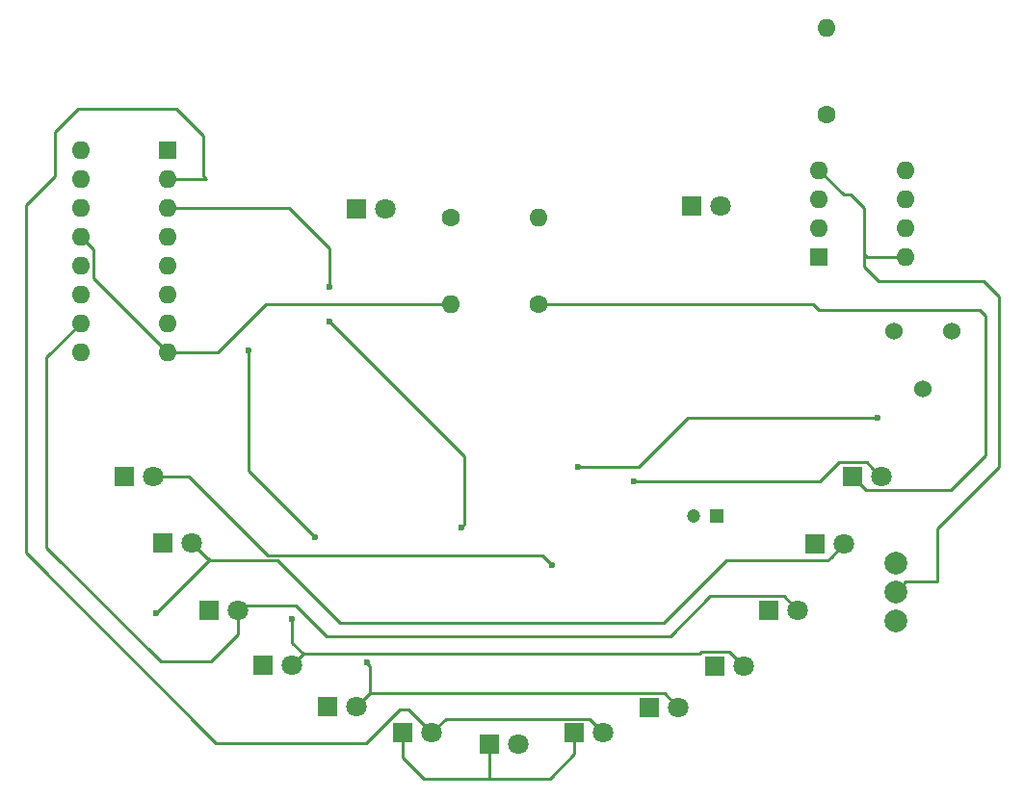
<source format=gbr>
%TF.GenerationSoftware,KiCad,Pcbnew,8.0.1*%
%TF.CreationDate,2024-04-02T10:37:18+02:00*%
%TF.ProjectId,Smiley,536d696c-6579-42e6-9b69-6361645f7063,rev?*%
%TF.SameCoordinates,Original*%
%TF.FileFunction,Copper,L1,Top*%
%TF.FilePolarity,Positive*%
%FSLAX46Y46*%
G04 Gerber Fmt 4.6, Leading zero omitted, Abs format (unit mm)*
G04 Created by KiCad (PCBNEW 8.0.1) date 2024-04-02 10:37:18*
%MOMM*%
%LPD*%
G01*
G04 APERTURE LIST*
%TA.AperFunction,ComponentPad*%
%ADD10R,1.800000X1.800000*%
%TD*%
%TA.AperFunction,ComponentPad*%
%ADD11C,1.800000*%
%TD*%
%TA.AperFunction,ComponentPad*%
%ADD12R,1.200000X1.200000*%
%TD*%
%TA.AperFunction,ComponentPad*%
%ADD13C,1.200000*%
%TD*%
%TA.AperFunction,ComponentPad*%
%ADD14C,1.600000*%
%TD*%
%TA.AperFunction,ComponentPad*%
%ADD15O,1.600000X1.600000*%
%TD*%
%TA.AperFunction,ComponentPad*%
%ADD16C,2.000000*%
%TD*%
%TA.AperFunction,ComponentPad*%
%ADD17R,1.600000X1.600000*%
%TD*%
%TA.AperFunction,ComponentPad*%
%ADD18C,1.524000*%
%TD*%
%TA.AperFunction,ViaPad*%
%ADD19C,0.600000*%
%TD*%
%TA.AperFunction,Conductor*%
%ADD20C,0.250000*%
%TD*%
G04 APERTURE END LIST*
D10*
%TO.P,D1,1*%
%TO.N,Net-(D2-Pad1)*%
X156858600Y-122139100D03*
D11*
%TO.P,D1,2*%
%TO.N,Net-(D1-Pad2)*%
X159398600Y-122139100D03*
%TD*%
D10*
%TO.P,D2,1*%
%TO.N,Net-(D2-Pad1)*%
X164348600Y-121189100D03*
D11*
%TO.P,D2,2*%
%TO.N,Net-(D2-Pad2)*%
X166888600Y-121189100D03*
%TD*%
D10*
%TO.P,D3,1*%
%TO.N,Net-(D2-Pad1)*%
X170938600Y-118929100D03*
D11*
%TO.P,D3,2*%
%TO.N,Net-(D3-Pad2)*%
X173478600Y-118929100D03*
%TD*%
D10*
%TO.P,D4,1*%
%TO.N,Net-(D2-Pad1)*%
X176668600Y-115279100D03*
D11*
%TO.P,D4,2*%
%TO.N,Net-(D4-Pad2)*%
X179208600Y-115279100D03*
%TD*%
D10*
%TO.P,D5,1*%
%TO.N,Net-(D2-Pad1)*%
X181448600Y-110399100D03*
D11*
%TO.P,D5,2*%
%TO.N,Net-(D5-Pad2)*%
X183988600Y-110399100D03*
%TD*%
D10*
%TO.P,D6,1*%
%TO.N,Net-(D2-Pad1)*%
X185476600Y-104592100D03*
D11*
%TO.P,D6,2*%
%TO.N,Net-(D6-Pad2)*%
X188016600Y-104592100D03*
%TD*%
D10*
%TO.P,D7,1*%
%TO.N,Net-(D2-Pad1)*%
X188758600Y-98623100D03*
D11*
%TO.P,D7,2*%
%TO.N,Net-(D7-Pad2)*%
X191298600Y-98623100D03*
%TD*%
D10*
%TO.P,D8,1*%
%TO.N,Net-(D8-Pad1)*%
X174681600Y-74874100D03*
D11*
%TO.P,D8,2*%
%TO.N,Net-(U2-Pad3)*%
X177221600Y-74874100D03*
%TD*%
D10*
%TO.P,D22,1*%
%TO.N,Net-(D2-Pad1)*%
X149278600Y-121189100D03*
D11*
%TO.P,D22,2*%
%TO.N,Net-(D2-Pad2)*%
X151818600Y-121189100D03*
%TD*%
D10*
%TO.P,D33,1*%
%TO.N,Net-(D2-Pad1)*%
X142638600Y-118889100D03*
D11*
%TO.P,D33,2*%
%TO.N,Net-(D3-Pad2)*%
X145178600Y-118889100D03*
%TD*%
D10*
%TO.P,D44,1*%
%TO.N,Net-(D2-Pad1)*%
X136948600Y-115229100D03*
D11*
%TO.P,D44,2*%
%TO.N,Net-(D4-Pad2)*%
X139488600Y-115229100D03*
%TD*%
D10*
%TO.P,D55,1*%
%TO.N,Net-(D2-Pad1)*%
X132258600Y-110399100D03*
D11*
%TO.P,D55,2*%
%TO.N,Net-(D5-Pad2)*%
X134798600Y-110399100D03*
%TD*%
D10*
%TO.P,D66,1*%
%TO.N,Net-(D2-Pad1)*%
X128198600Y-104489100D03*
D11*
%TO.P,D66,2*%
%TO.N,Net-(D6-Pad2)*%
X130738600Y-104489100D03*
%TD*%
D10*
%TO.P,D77,1*%
%TO.N,Net-(D2-Pad1)*%
X124808600Y-98669100D03*
D11*
%TO.P,D77,2*%
%TO.N,Net-(D7-Pad2)*%
X127348600Y-98669100D03*
%TD*%
D10*
%TO.P,D88,1*%
%TO.N,Net-(D8-Pad1)*%
X145148600Y-75139100D03*
D11*
%TO.P,D88,2*%
%TO.N,Net-(U2-Pad3)*%
X147688600Y-75139100D03*
%TD*%
D12*
%TO.P,C1,1*%
%TO.N,Net-(C1-Pad1)*%
X176820000Y-102110000D03*
D13*
%TO.P,C1,2*%
%TO.N,Net-(C1-Pad2)*%
X174820000Y-102110000D03*
%TD*%
D14*
%TO.P,R1,1*%
%TO.N,Net-(C3-Pad1)*%
X186486800Y-66776600D03*
D15*
%TO.P,R1,2*%
%TO.N,Net-(P1-Pad1)*%
X186486800Y-59156600D03*
%TD*%
D14*
%TO.P,Ra,1*%
%TO.N,Net-(D8-Pad1)*%
X153508600Y-75859100D03*
D15*
%TO.P,Ra,2*%
%TO.N,Net-(C1-Pad2)*%
X153508600Y-83479100D03*
%TD*%
D14*
%TO.P,Rm,1*%
%TO.N,Net-(D2-Pad1)*%
X161219600Y-83446600D03*
D15*
%TO.P,Rm,2*%
%TO.N,Net-(C1-Pad2)*%
X161219600Y-75826600D03*
%TD*%
D16*
%TO.P,S1,1*%
%TO.N,Net-(S1-Pad1)*%
X192588600Y-111299100D03*
%TO.P,S1,2*%
%TO.N,Net-(C3-Pad1)*%
X192588600Y-108759100D03*
%TO.P,S1,3*%
%TO.N,Net-(S1-Pad3)*%
X192588600Y-106219100D03*
%TD*%
D17*
%TO.P,NE555,1*%
%TO.N,Net-(C1-Pad2)*%
X185813700Y-79298800D03*
D15*
%TO.P,NE555,2*%
%TO.N,Net-(C1-Pad1)*%
X185813700Y-76758800D03*
%TO.P,NE555,3*%
%TO.N,Net-(U2-Pad3)*%
X185813700Y-74218800D03*
%TO.P,NE555,4*%
%TO.N,Net-(C3-Pad1)*%
X185813700Y-71678800D03*
%TO.P,NE555,5*%
%TO.N,Net-(C2-Pad1)*%
X193433700Y-71678800D03*
%TO.P,NE555,6*%
%TO.N,Net-(C1-Pad1)*%
X193433700Y-74218800D03*
%TO.P,NE555,7*%
%TO.N,Net-(P1-Pad1)*%
X193433700Y-76758800D03*
%TO.P,NE555,8*%
%TO.N,Net-(C3-Pad1)*%
X193433700Y-79298800D03*
%TD*%
D17*
%TO.P,CD4017,1*%
%TO.N,Net-(D6-Pad2)*%
X128580600Y-69921100D03*
D15*
%TO.P,CD4017,2*%
%TO.N,Net-(D2-Pad2)*%
X128580600Y-72461100D03*
%TO.P,CD4017,3*%
%TO.N,Net-(D1-Pad2)*%
X128580600Y-75001100D03*
%TO.P,CD4017,4*%
%TO.N,Net-(D3-Pad2)*%
X128580600Y-77541100D03*
%TO.P,CD4017,5*%
%TO.N,Net-(D7-Pad2)*%
X128580600Y-80081100D03*
%TO.P,CD4017,6*%
%TO.N,Net-(U3-Pad6)*%
X128580600Y-82621100D03*
%TO.P,CD4017,7*%
%TO.N,Net-(D4-Pad2)*%
X128580600Y-85161100D03*
%TO.P,CD4017,8*%
%TO.N,Net-(C1-Pad2)*%
X128580600Y-87701100D03*
%TO.P,CD4017,9*%
%TO.N,Net-(U3-Pad9)*%
X120960600Y-87701100D03*
%TO.P,CD4017,10*%
%TO.N,Net-(D5-Pad2)*%
X120960600Y-85161100D03*
%TO.P,CD4017,11*%
%TO.N,Net-(U3-Pad11)*%
X120960600Y-82621100D03*
%TO.P,CD4017,12*%
%TO.N,Net-(U3-Pad12)*%
X120960600Y-80081100D03*
%TO.P,CD4017,13*%
%TO.N,Net-(C1-Pad2)*%
X120960600Y-77541100D03*
%TO.P,CD4017,14*%
%TO.N,Net-(U2-Pad3)*%
X120960600Y-75001100D03*
%TO.P,CD4017,15*%
%TO.N,Net-(C1-Pad2)*%
X120960600Y-72461100D03*
%TO.P,CD4017,16*%
%TO.N,Net-(C3-Pad1)*%
X120960600Y-69921100D03*
%TD*%
D18*
%TO.P,REF\u002A\u002A,1*%
%TO.N,Net-(P1-Pad1)*%
X197497700Y-85864700D03*
%TO.P,REF\u002A\u002A,2*%
%TO.N,Net-(C1-Pad1)*%
X192417700Y-85864700D03*
%TO.P,REF\u002A\u002A,3*%
%TO.N,Net-(P1-Pad1)*%
X194957700Y-90944700D03*
%TD*%
D19*
%TO.N,Net-(D1-Pad2)*%
X154390000Y-103100000D03*
X142810000Y-84980000D03*
X142790000Y-81970000D03*
%TO.N,Net-(D3-Pad2)*%
X135690000Y-87550000D03*
X146120000Y-115010000D03*
X141520000Y-103960000D03*
%TO.N,Net-(D4-Pad2)*%
X139530000Y-111170000D03*
%TO.N,Net-(D6-Pad2)*%
X127608600Y-110649100D03*
%TO.N,Net-(D7-Pad2)*%
X169600000Y-99090000D03*
X162400000Y-106460000D03*
%TO.N,Net-(S1-Pad3)*%
X164630000Y-97810000D03*
X190950000Y-93440000D03*
%TD*%
D20*
%TO.N,Net-(C1-Pad2)*%
X153508600Y-83479100D02*
X137210900Y-83479100D01*
X122085601Y-81206101D02*
X128580600Y-87701100D01*
X137210900Y-83479100D02*
X132988900Y-87701100D01*
X132988900Y-87701100D02*
X128580600Y-87701100D01*
X122085601Y-78666101D02*
X122085601Y-81206101D01*
X120960600Y-77541100D02*
X122085601Y-78666101D01*
%TO.N,Net-(C3-Pad1)*%
X196208600Y-103249100D02*
X196208600Y-107869100D01*
X189768600Y-75049100D02*
X189768600Y-79026900D01*
X193478600Y-107869100D02*
X192588600Y-108759100D01*
X189768600Y-79026900D02*
X189768600Y-80179100D01*
X190040500Y-79298800D02*
X189768600Y-79026900D01*
X185813700Y-71678800D02*
X187993000Y-73858100D01*
X189768600Y-80179100D02*
X191067600Y-81478100D01*
X188577600Y-73858100D02*
X189768600Y-75049100D01*
X187993000Y-73858100D02*
X188577600Y-73858100D01*
X196208600Y-107869100D02*
X193478600Y-107869100D01*
X191067600Y-81478100D02*
X200337600Y-81478100D01*
X201628600Y-97829100D02*
X196208600Y-103249100D01*
X200337600Y-81478100D02*
X201628600Y-82769100D01*
X193433700Y-79298800D02*
X190040500Y-79298800D01*
X201628600Y-82769100D02*
X201628600Y-97829100D01*
%TO.N,Net-(D1-Pad2)*%
X139230600Y-75001100D02*
X128580600Y-75001100D01*
X154390000Y-103100000D02*
X154689999Y-102800001D01*
X142794750Y-78565250D02*
X139230600Y-75001100D01*
X142794750Y-80744750D02*
X142794750Y-80544750D01*
X154689999Y-102800001D02*
X154689999Y-96859999D01*
X154689999Y-96859999D02*
X142810000Y-84980000D01*
X142794750Y-80544750D02*
X142794750Y-78565250D01*
X142790000Y-80549500D02*
X142794750Y-80544750D01*
X142790000Y-81970000D02*
X142790000Y-80549500D01*
%TO.N,Net-(D2-Pad2)*%
X153043601Y-119964099D02*
X151818600Y-121189100D01*
X166888600Y-121189100D02*
X165663599Y-119964099D01*
X146058600Y-122069100D02*
X149008600Y-119119100D01*
X131996600Y-72461100D02*
X131748600Y-72213100D01*
X149008600Y-119119100D02*
X149748600Y-119119100D01*
X132848600Y-122069100D02*
X132878600Y-122069100D01*
X116158600Y-104089100D02*
X116128600Y-104119100D01*
X118718600Y-68329100D02*
X118718600Y-72189100D01*
X121288600Y-66299100D02*
X121018600Y-66299100D01*
X165663599Y-119964099D02*
X153043601Y-119964099D01*
X132878600Y-122069100D02*
X146058600Y-122069100D01*
X131748600Y-68689100D02*
X129358600Y-66299100D01*
X131748600Y-72213100D02*
X131748600Y-68689100D01*
X149748600Y-119119100D02*
X151818600Y-121189100D01*
X129358600Y-66299100D02*
X121288600Y-66299100D01*
X121288600Y-66299100D02*
X120748600Y-66299100D01*
X116128600Y-105349100D02*
X132848600Y-122069100D01*
X128580600Y-72461100D02*
X131996600Y-72461100D01*
X120748600Y-66299100D02*
X118718600Y-68329100D01*
X116128600Y-104119100D02*
X116128600Y-105349100D01*
X116158600Y-74749100D02*
X116158600Y-104089100D01*
X118718600Y-72189100D02*
X116158600Y-74749100D01*
%TO.N,Net-(D2-Pad1)*%
X200505601Y-84466101D02*
X200505601Y-96752099D01*
X185843602Y-83959100D02*
X199998600Y-83959100D01*
X156858600Y-122139100D02*
X156858600Y-125086400D01*
X199998600Y-83959100D02*
X200505601Y-84466101D01*
X156745900Y-125199100D02*
X162168600Y-125199100D01*
X161219600Y-83446600D02*
X185331102Y-83446600D01*
X151078600Y-125199100D02*
X156745900Y-125199100D01*
X149278600Y-123399100D02*
X151078600Y-125199100D01*
X164348600Y-123019100D02*
X164348600Y-121189100D01*
X189983601Y-99848101D02*
X188758600Y-98623100D01*
X197409599Y-99848101D02*
X189983601Y-99848101D01*
X185331102Y-83446600D02*
X185843602Y-83959100D01*
X200505601Y-96752099D02*
X197409599Y-99848101D01*
X149278600Y-121189100D02*
X149278600Y-123399100D01*
X156858600Y-125086400D02*
X156745900Y-125199100D01*
X162168600Y-125199100D02*
X164348600Y-123019100D01*
%TO.N,Net-(D3-Pad2)*%
X141520000Y-103960000D02*
X135690000Y-98130000D01*
X146363601Y-115273601D02*
X146120000Y-115030000D01*
X172253599Y-117704099D02*
X146363601Y-117704099D01*
X135690000Y-98130000D02*
X135690000Y-87550000D01*
X173478600Y-118929100D02*
X172253599Y-117704099D01*
X146363601Y-117704099D02*
X146363601Y-115273601D01*
X146120000Y-115030000D02*
X146120000Y-115010000D01*
X146363601Y-117704099D02*
X145178600Y-118889100D01*
%TO.N,Net-(D4-Pad2)*%
X177983599Y-114054099D02*
X175508599Y-114054099D01*
X139488600Y-115229100D02*
X140497000Y-114220700D01*
X175341998Y-114220700D02*
X140497000Y-114220700D01*
X175508599Y-114054099D02*
X175341998Y-114220700D01*
X179208600Y-115279100D02*
X177983599Y-114054099D01*
X139530000Y-111170000D02*
X139530000Y-113253700D01*
X139530000Y-113253700D02*
X140497000Y-114220700D01*
%TO.N,Net-(D5-Pad2)*%
X134798600Y-112529100D02*
X134798600Y-110399100D01*
X135241100Y-109956600D02*
X134798600Y-110399100D01*
X127978600Y-114899100D02*
X132428600Y-114899100D01*
X117958600Y-104879100D02*
X127978600Y-114899100D01*
X142544800Y-112649000D02*
X139852400Y-109956600D01*
X120960600Y-85161100D02*
X117958600Y-88163100D01*
X172767898Y-112649000D02*
X142544800Y-112649000D01*
X132428600Y-114899100D02*
X134798600Y-112529100D01*
X176242799Y-109174099D02*
X172767898Y-112649000D01*
X139852400Y-109956600D02*
X135241100Y-109956600D01*
X183988600Y-110399100D02*
X182763599Y-109174099D01*
X182763599Y-109174099D02*
X176242799Y-109174099D01*
X117958600Y-88163100D02*
X117958600Y-104879100D01*
%TO.N,Net-(D6-Pad2)*%
X188016600Y-104592100D02*
X186887200Y-105721500D01*
X138214100Y-106019600D02*
X132269100Y-106019600D01*
X132250599Y-105817101D02*
X132066601Y-105817101D01*
X186887200Y-105721500D02*
X186627200Y-105981500D01*
X132269100Y-106019600D02*
X132066601Y-105817101D01*
X172173900Y-111544100D02*
X143738600Y-111544100D01*
X177736500Y-105981500D02*
X172173900Y-111544100D01*
X186887200Y-105721500D02*
X186791599Y-105817101D01*
X132066601Y-105817101D02*
X130738600Y-104489100D01*
X143738600Y-111544100D02*
X138214100Y-106019600D01*
X127608600Y-110649100D02*
X132250599Y-106007101D01*
X186627200Y-105981500D02*
X177736500Y-105981500D01*
X132250599Y-106007101D02*
X132250599Y-105817101D01*
%TO.N,Net-(D7-Pad2)*%
X190597050Y-97921550D02*
X191298600Y-98623100D01*
X187598599Y-97398099D02*
X185936698Y-99060000D01*
X161509591Y-105569591D02*
X137369591Y-105569591D01*
X190442052Y-97921550D02*
X190597050Y-97921550D01*
X130469100Y-98669100D02*
X127348600Y-98669100D01*
X185936698Y-99060000D02*
X169630000Y-99060000D01*
X162400000Y-106460000D02*
X161509591Y-105569591D01*
X190073599Y-97398099D02*
X190597050Y-97921550D01*
X190073599Y-97398099D02*
X187598599Y-97398099D01*
X137369591Y-105569591D02*
X130469100Y-98669100D01*
X169630000Y-99060000D02*
X169600000Y-99090000D01*
%TO.N,Net-(S1-Pad3)*%
X169954998Y-97810000D02*
X164630000Y-97810000D01*
X174324998Y-93440000D02*
X169954998Y-97810000D01*
X183720000Y-93440000D02*
X174324998Y-93440000D01*
X190950000Y-93440000D02*
X183720000Y-93440000D01*
%TD*%
M02*

</source>
